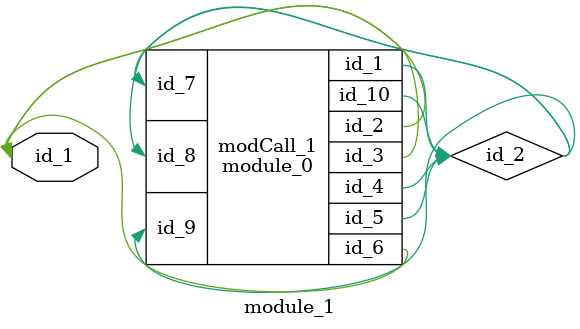
<source format=v>
module module_0 (
    id_1,
    id_2,
    id_3,
    id_4,
    id_5,
    id_6,
    id_7,
    id_8,
    id_9,
    id_10
);
  inout wire id_10;
  input wire id_9;
  input wire id_8;
  input wire id_7;
  inout wire id_6;
  output wire id_5;
  output wire id_4;
  inout wire id_3;
  inout wire id_2;
  output wire id_1;
  assign id_10 = 1;
  wire id_11;
  assign id_10 = 1;
endmodule
module module_1 (
    id_1
);
  inout wire id_1;
  wire id_2;
  module_0 modCall_1 (
      id_2,
      id_1,
      id_1,
      id_2,
      id_2,
      id_1,
      id_2,
      id_2,
      id_2,
      id_2
  );
  wire id_3;
endmodule

</source>
